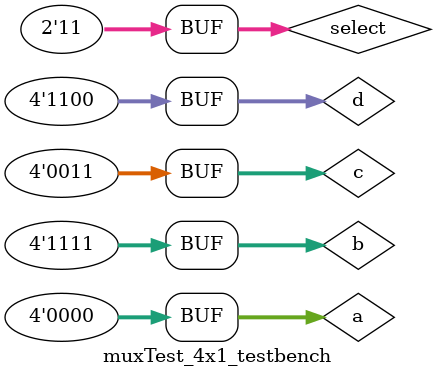
<source format=v>
module muxTest_4x1_testbench();
	reg [3:0]a,b,c,d;
	reg [1:0]select;
	wire [3:0]result;

_4bit_4x1MUX muxTest(result,a, b, c, d, select);

initial begin
a = 4'b0000; b = 4'b1111; c = 4'b0011; d = 4'b1100; select = 2'b00;
#20;
a = 4'b0000; b = 4'b1111; c = 4'b0011; d = 4'b1100; select = 2'b01;
#20;
a = 4'b0000; b = 4'b1111; c = 4'b0011; d = 4'b1100; select = 2'b10;
#20;
a = 4'b0000; b = 4'b1111; c = 4'b0011; d = 4'b1100; select = 2'b11;
#20;
end
 
 
initial
begin
$monitor("time = %2d, select=%2b a =%4b, b=%4b, result=%4b", $time, select, a, b, result);
end
 
endmodule
</source>
